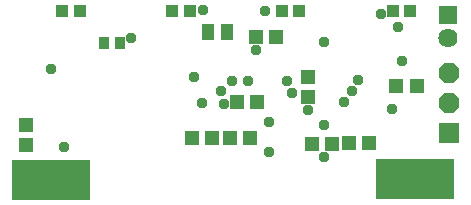
<source format=gbr>
G04 EAGLE Gerber RS-274X export*
G75*
%MOMM*%
%FSLAX34Y34*%
%LPD*%
%INSoldermask Bottom*%
%IPPOS*%
%AMOC8*
5,1,8,0,0,1.08239X$1,22.5*%
G01*
%ADD10R,1.303200X1.203200*%
%ADD11R,1.003200X1.003200*%
%ADD12R,1.203200X1.303200*%
%ADD13R,1.727200X1.727200*%
%ADD14P,1.869504X8X112.500000*%
%ADD15R,6.654800X3.454400*%
%ADD16R,0.903200X1.103200*%
%ADD17R,1.625600X1.625600*%
%ADD18C,1.625600*%
%ADD19R,1.003200X1.403200*%
%ADD20C,0.959600*%


D10*
X22400Y56500D03*
X22400Y73500D03*
D11*
X332500Y170000D03*
X347500Y170000D03*
X238500Y170000D03*
X253500Y170000D03*
X145500Y170000D03*
X160500Y170000D03*
X52500Y170000D03*
X67500Y170000D03*
D12*
X352700Y106800D03*
X335700Y106800D03*
X280900Y57300D03*
X263900Y57300D03*
X217000Y147700D03*
X234000Y147700D03*
X194400Y62200D03*
X211400Y62200D03*
X162400Y62500D03*
X179400Y62500D03*
D13*
X379800Y67200D03*
D14*
X379800Y92600D03*
X379800Y118000D03*
D15*
X351800Y28100D03*
X42800Y27300D03*
D10*
X261000Y114500D03*
X261000Y97500D03*
D12*
X312500Y58000D03*
X295500Y58000D03*
X200500Y93000D03*
X217500Y93000D03*
D16*
X88500Y143000D03*
X101500Y143000D03*
D17*
X379000Y167000D03*
D18*
X379000Y147000D03*
D19*
X192000Y152000D03*
X176000Y152000D03*
D20*
X111000Y146912D03*
X54000Y55000D03*
X164000Y114000D03*
X43000Y121000D03*
X196500Y110500D03*
X228000Y76000D03*
X332000Y87000D03*
X217000Y137000D03*
X210000Y111000D03*
X247000Y101000D03*
X298000Y102000D03*
X228000Y51000D03*
X274000Y74000D03*
X261000Y86000D03*
X337000Y157000D03*
X323000Y168000D03*
X172000Y171000D03*
X224000Y170424D03*
X340000Y128000D03*
X190000Y91000D03*
X303000Y112000D03*
X274000Y144000D03*
X243000Y111000D03*
X171000Y92000D03*
X274000Y46506D03*
X291000Y93000D03*
X187000Y102000D03*
M02*

</source>
